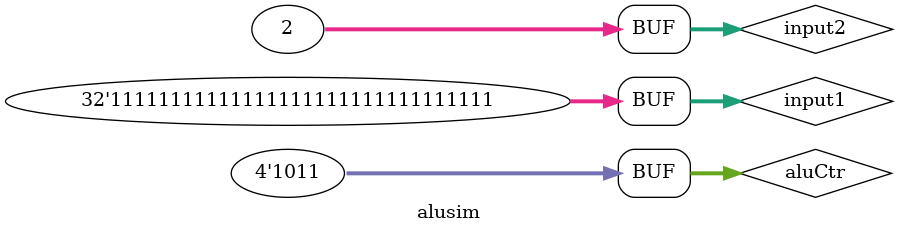
<source format=v>
`timescale 1ns / 1ps
module alusim; 
// Inputs 
reg [31:0] input1; 
reg [31:0] input2; 
reg [3:0] aluCtr; 
// Outputs 
wire [31:0] aluRes; 
wire [31:0] hi;
wire zero; 
// Instantiate the Unit Under Test (UUT) 
alu uut ( 
.input1(input1), 
.input2(input2), 
.aluCtr(aluCtr), 
.aluRes(aluRes), 
.hi(hi), 
.zero(zero) 
); 
initial begin 
// Initialize Inputs 
input1 = 1; 
input2 = 1; 
aluCtr = 4'b0110; 
#100; 
input1 = 2; 
input2 = 1; 
aluCtr = 4'b0110; 
#100 
input1 = 32'hffffffff; 
input2 = 32'h00000002; 
aluCtr = 4'b1011;
end
endmodule

</source>
